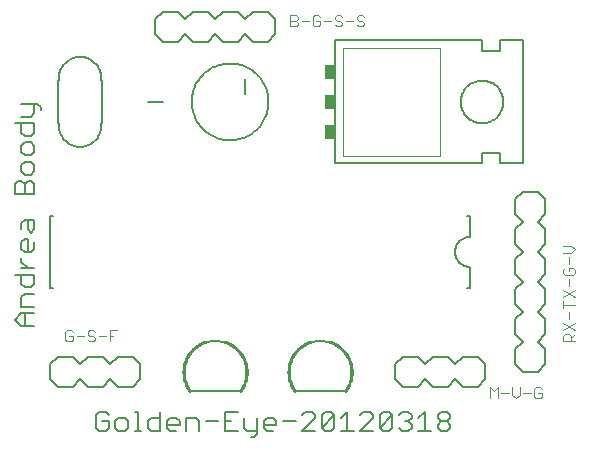
<source format=gto>
G75*
G70*
%OFA0B0*%
%FSLAX24Y24*%
%IPPOS*%
%LPD*%
%AMOC8*
5,1,8,0,0,1.08239X$1,22.5*
%
%ADD10C,0.0060*%
%ADD11C,0.0030*%
%ADD12C,0.0010*%
%ADD13C,0.0080*%
%ADD14C,0.0020*%
%ADD15R,0.0350X0.0500*%
D10*
X003711Y000818D02*
X003818Y000711D01*
X004032Y000711D01*
X004138Y000818D01*
X004138Y001032D01*
X003925Y001032D01*
X003711Y001245D02*
X003711Y000818D01*
X003711Y001245D02*
X003818Y001352D01*
X004032Y001352D01*
X004138Y001245D01*
X004356Y001032D02*
X004463Y001138D01*
X004676Y001138D01*
X004783Y001032D01*
X004783Y000818D01*
X004676Y000711D01*
X004463Y000711D01*
X004356Y000818D01*
X004356Y001032D01*
X005000Y001352D02*
X005107Y001352D01*
X005107Y000711D01*
X005000Y000711D02*
X005214Y000711D01*
X005430Y000818D02*
X005430Y001032D01*
X005537Y001138D01*
X005857Y001138D01*
X005857Y001352D02*
X005857Y000711D01*
X005537Y000711D01*
X005430Y000818D01*
X006075Y000818D02*
X006075Y001032D01*
X006181Y001138D01*
X006395Y001138D01*
X006502Y001032D01*
X006502Y000925D01*
X006075Y000925D01*
X006075Y000818D02*
X006181Y000711D01*
X006395Y000711D01*
X006719Y000711D02*
X006719Y001138D01*
X007039Y001138D01*
X007146Y001032D01*
X007146Y000711D01*
X007364Y001032D02*
X007791Y001032D01*
X008008Y001032D02*
X008222Y001032D01*
X008435Y001352D02*
X008008Y001352D01*
X008008Y000711D01*
X008435Y000711D01*
X008653Y000818D02*
X008760Y000711D01*
X009080Y000711D01*
X009080Y000605D02*
X008973Y000498D01*
X008866Y000498D01*
X009080Y000605D02*
X009080Y001138D01*
X009297Y001032D02*
X009404Y001138D01*
X009618Y001138D01*
X009724Y001032D01*
X009724Y000925D01*
X009297Y000925D01*
X009297Y000818D02*
X009297Y001032D01*
X009297Y000818D02*
X009404Y000711D01*
X009618Y000711D01*
X009942Y001032D02*
X010369Y001032D01*
X010586Y001245D02*
X010693Y001352D01*
X010907Y001352D01*
X011013Y001245D01*
X011013Y001138D01*
X010586Y000711D01*
X011013Y000711D01*
X011231Y000818D02*
X011658Y001245D01*
X011658Y000818D01*
X011551Y000711D01*
X011338Y000711D01*
X011231Y000818D01*
X011231Y001245D01*
X011338Y001352D01*
X011551Y001352D01*
X011658Y001245D01*
X011875Y001138D02*
X012089Y001352D01*
X012089Y000711D01*
X012302Y000711D02*
X011875Y000711D01*
X012520Y000711D02*
X012947Y001138D01*
X012947Y001245D01*
X012840Y001352D01*
X012627Y001352D01*
X012520Y001245D01*
X013164Y001245D02*
X013164Y000818D01*
X013591Y001245D01*
X013591Y000818D01*
X013485Y000711D01*
X013271Y000711D01*
X013164Y000818D01*
X012947Y000711D02*
X012520Y000711D01*
X013164Y001245D02*
X013271Y001352D01*
X013485Y001352D01*
X013591Y001245D01*
X013809Y001245D02*
X013916Y001352D01*
X014129Y001352D01*
X014236Y001245D01*
X014236Y001138D01*
X014129Y001032D01*
X014236Y000925D01*
X014236Y000818D01*
X014129Y000711D01*
X013916Y000711D01*
X013809Y000818D01*
X014023Y001032D02*
X014129Y001032D01*
X014454Y001138D02*
X014667Y001352D01*
X014667Y000711D01*
X014454Y000711D02*
X014881Y000711D01*
X015098Y000818D02*
X015098Y000925D01*
X015205Y001032D01*
X015418Y001032D01*
X015525Y000925D01*
X015525Y000818D01*
X015418Y000711D01*
X015205Y000711D01*
X015098Y000818D01*
X015205Y001032D02*
X015098Y001138D01*
X015098Y001245D01*
X015205Y001352D01*
X015418Y001352D01*
X015525Y001245D01*
X015525Y001138D01*
X015418Y001032D01*
X008653Y001138D02*
X008653Y000818D01*
X001651Y004211D02*
X001224Y004211D01*
X001011Y004425D01*
X001224Y004638D01*
X001651Y004638D01*
X001651Y004856D02*
X001224Y004856D01*
X001224Y005176D01*
X001331Y005283D01*
X001651Y005283D01*
X001545Y005500D02*
X001331Y005500D01*
X001224Y005607D01*
X001224Y005927D01*
X001224Y006145D02*
X001651Y006145D01*
X001438Y006145D02*
X001224Y006359D01*
X001224Y006465D01*
X001331Y006682D02*
X001224Y006789D01*
X001224Y007002D01*
X001331Y007109D01*
X001438Y007109D01*
X001438Y006682D01*
X001545Y006682D02*
X001331Y006682D01*
X001545Y006682D02*
X001651Y006789D01*
X001651Y007002D01*
X001545Y007327D02*
X001438Y007433D01*
X001438Y007754D01*
X001331Y007754D02*
X001224Y007647D01*
X001224Y007433D01*
X001545Y007327D02*
X001651Y007433D01*
X001651Y007754D01*
X001331Y007754D01*
X001331Y008616D02*
X001331Y008936D01*
X001438Y009043D01*
X001545Y009043D01*
X001651Y008936D01*
X001651Y008616D01*
X001011Y008616D01*
X001011Y008936D01*
X001118Y009043D01*
X001224Y009043D01*
X001331Y008936D01*
X001331Y009260D02*
X001545Y009260D01*
X001651Y009367D01*
X001651Y009580D01*
X001545Y009687D01*
X001331Y009687D01*
X001224Y009580D01*
X001224Y009367D01*
X001331Y009260D01*
X001331Y009905D02*
X001545Y009905D01*
X001651Y010011D01*
X001651Y010225D01*
X001545Y010332D01*
X001331Y010332D01*
X001224Y010225D01*
X001224Y010011D01*
X001331Y009905D01*
X001331Y010549D02*
X001224Y010656D01*
X001224Y010976D01*
X001224Y011194D02*
X001545Y011194D01*
X001651Y011301D01*
X001651Y011621D01*
X001758Y011621D02*
X001865Y011514D01*
X001865Y011407D01*
X001758Y011621D02*
X001224Y011621D01*
X001011Y010976D02*
X001651Y010976D01*
X001651Y010656D01*
X001545Y010549D01*
X001331Y010549D01*
X001011Y005927D02*
X001651Y005927D01*
X001651Y005607D01*
X001545Y005500D01*
X001331Y004638D02*
X001331Y004211D01*
X011681Y009631D02*
X016581Y009631D01*
X016581Y009981D01*
X017181Y009981D01*
X017181Y009631D01*
X017931Y009631D01*
X017931Y013731D01*
X017181Y013731D01*
X017181Y013381D01*
X016581Y013381D01*
X016581Y013731D01*
X011681Y013731D01*
X011681Y009631D01*
X015871Y011681D02*
X015873Y011734D01*
X015879Y011787D01*
X015889Y011839D01*
X015903Y011890D01*
X015920Y011940D01*
X015941Y011989D01*
X015966Y012036D01*
X015994Y012081D01*
X016026Y012124D01*
X016061Y012164D01*
X016098Y012201D01*
X016138Y012236D01*
X016181Y012268D01*
X016226Y012296D01*
X016273Y012321D01*
X016322Y012342D01*
X016372Y012359D01*
X016423Y012373D01*
X016475Y012383D01*
X016528Y012389D01*
X016581Y012391D01*
X016634Y012389D01*
X016687Y012383D01*
X016739Y012373D01*
X016790Y012359D01*
X016840Y012342D01*
X016889Y012321D01*
X016936Y012296D01*
X016981Y012268D01*
X017024Y012236D01*
X017064Y012201D01*
X017101Y012164D01*
X017136Y012124D01*
X017168Y012081D01*
X017196Y012036D01*
X017221Y011989D01*
X017242Y011940D01*
X017259Y011890D01*
X017273Y011839D01*
X017283Y011787D01*
X017289Y011734D01*
X017291Y011681D01*
X017289Y011628D01*
X017283Y011575D01*
X017273Y011523D01*
X017259Y011472D01*
X017242Y011422D01*
X017221Y011373D01*
X017196Y011326D01*
X017168Y011281D01*
X017136Y011238D01*
X017101Y011198D01*
X017064Y011161D01*
X017024Y011126D01*
X016981Y011094D01*
X016936Y011066D01*
X016889Y011041D01*
X016840Y011020D01*
X016790Y011003D01*
X016739Y010989D01*
X016687Y010979D01*
X016634Y010973D01*
X016581Y010971D01*
X016528Y010973D01*
X016475Y010979D01*
X016423Y010989D01*
X016372Y011003D01*
X016322Y011020D01*
X016273Y011041D01*
X016226Y011066D01*
X016181Y011094D01*
X016138Y011126D01*
X016098Y011161D01*
X016061Y011198D01*
X016026Y011238D01*
X015994Y011281D01*
X015966Y011326D01*
X015941Y011373D01*
X015920Y011422D01*
X015903Y011472D01*
X015889Y011523D01*
X015879Y011575D01*
X015873Y011628D01*
X015871Y011681D01*
D11*
X012653Y014258D02*
X012591Y014196D01*
X012468Y014196D01*
X012406Y014258D01*
X012468Y014382D02*
X012406Y014443D01*
X012406Y014505D01*
X012468Y014567D01*
X012591Y014567D01*
X012653Y014505D01*
X012591Y014382D02*
X012653Y014320D01*
X012653Y014258D01*
X012591Y014382D02*
X012468Y014382D01*
X012285Y014382D02*
X012038Y014382D01*
X011916Y014320D02*
X011916Y014258D01*
X011855Y014196D01*
X011731Y014196D01*
X011670Y014258D01*
X011731Y014382D02*
X011855Y014382D01*
X011916Y014320D01*
X011916Y014505D02*
X011855Y014567D01*
X011731Y014567D01*
X011670Y014505D01*
X011670Y014443D01*
X011731Y014382D01*
X011548Y014382D02*
X011301Y014382D01*
X011180Y014382D02*
X011180Y014258D01*
X011118Y014196D01*
X010995Y014196D01*
X010933Y014258D01*
X010933Y014505D01*
X010995Y014567D01*
X011118Y014567D01*
X011180Y014505D01*
X011180Y014382D02*
X011056Y014382D01*
X010812Y014382D02*
X010565Y014382D01*
X010443Y014443D02*
X010382Y014382D01*
X010196Y014382D01*
X010196Y014567D02*
X010196Y014196D01*
X010382Y014196D01*
X010443Y014258D01*
X010443Y014320D01*
X010382Y014382D01*
X010443Y014443D02*
X010443Y014505D01*
X010382Y014567D01*
X010196Y014567D01*
X019296Y006890D02*
X019543Y006890D01*
X019666Y006766D01*
X019543Y006643D01*
X019296Y006643D01*
X019481Y006521D02*
X019481Y006275D01*
X019481Y006153D02*
X019481Y006030D01*
X019481Y006153D02*
X019605Y006153D01*
X019666Y006091D01*
X019666Y005968D01*
X019605Y005906D01*
X019358Y005906D01*
X019296Y005968D01*
X019296Y006091D01*
X019358Y006153D01*
X019481Y005785D02*
X019481Y005538D01*
X019296Y005416D02*
X019666Y005170D01*
X019666Y004925D02*
X019296Y004925D01*
X019296Y005048D02*
X019296Y004801D01*
X019481Y004680D02*
X019481Y004433D01*
X019296Y004312D02*
X019666Y004065D01*
X019666Y003943D02*
X019543Y003820D01*
X019543Y003882D02*
X019543Y003696D01*
X019666Y003696D02*
X019296Y003696D01*
X019296Y003882D01*
X019358Y003943D01*
X019481Y003943D01*
X019543Y003882D01*
X019296Y004065D02*
X019666Y004312D01*
X019296Y005170D02*
X019666Y005416D01*
X018513Y002167D02*
X018390Y002167D01*
X018328Y002105D01*
X018328Y001858D01*
X018390Y001796D01*
X018513Y001796D01*
X018575Y001858D01*
X018575Y001982D01*
X018452Y001982D01*
X018575Y002105D02*
X018513Y002167D01*
X018207Y001982D02*
X017960Y001982D01*
X017838Y001920D02*
X017838Y002167D01*
X017591Y002167D02*
X017591Y001920D01*
X017715Y001796D01*
X017838Y001920D01*
X017470Y001982D02*
X017223Y001982D01*
X017102Y002167D02*
X017102Y001796D01*
X016855Y001796D02*
X016855Y002167D01*
X016978Y002043D01*
X017102Y002167D01*
X004416Y004067D02*
X004170Y004067D01*
X004170Y003696D01*
X004170Y003882D02*
X004293Y003882D01*
X004048Y003882D02*
X003801Y003882D01*
X003680Y003820D02*
X003680Y003758D01*
X003618Y003696D01*
X003495Y003696D01*
X003433Y003758D01*
X003495Y003882D02*
X003433Y003943D01*
X003433Y004005D01*
X003495Y004067D01*
X003618Y004067D01*
X003680Y004005D01*
X003618Y003882D02*
X003680Y003820D01*
X003618Y003882D02*
X003495Y003882D01*
X003312Y003882D02*
X003065Y003882D01*
X002943Y003882D02*
X002943Y003758D01*
X002882Y003696D01*
X002758Y003696D01*
X002696Y003758D01*
X002696Y004005D01*
X002758Y004067D01*
X002882Y004067D01*
X002943Y004005D01*
X002943Y003882D02*
X002820Y003882D01*
D12*
X008536Y002014D02*
X008481Y002057D01*
X008517Y002106D01*
X008551Y002157D01*
X008580Y002211D01*
X008607Y002266D01*
X008631Y002322D01*
X008650Y002380D01*
X008667Y002439D01*
X008680Y002499D01*
X008689Y002559D01*
X008694Y002620D01*
X008696Y002682D01*
X008694Y002743D01*
X008689Y002804D01*
X008679Y002864D01*
X008666Y002924D01*
X008650Y002983D01*
X008630Y003041D01*
X008607Y003097D01*
X008580Y003152D01*
X008550Y003206D01*
X008517Y003257D01*
X008481Y003306D01*
X008441Y003353D01*
X008400Y003398D01*
X008355Y003440D01*
X008308Y003479D01*
X008259Y003515D01*
X008208Y003549D01*
X008154Y003579D01*
X008099Y003606D01*
X008043Y003629D01*
X007985Y003649D01*
X008005Y003716D01*
X008006Y003716D01*
X008067Y003695D01*
X008128Y003670D01*
X008187Y003641D01*
X008244Y003609D01*
X008298Y003573D01*
X008351Y003534D01*
X008401Y003492D01*
X008449Y003447D01*
X008494Y003400D01*
X008536Y003350D01*
X008574Y003297D01*
X008610Y003242D01*
X008642Y003185D01*
X008671Y003126D01*
X008696Y003066D01*
X008717Y003004D01*
X008734Y002941D01*
X008748Y002877D01*
X008758Y002812D01*
X008764Y002747D01*
X008766Y002681D01*
X008764Y002616D01*
X008758Y002551D01*
X008748Y002486D01*
X008735Y002422D01*
X008717Y002359D01*
X008696Y002297D01*
X008671Y002237D01*
X008642Y002178D01*
X008610Y002121D01*
X008575Y002066D01*
X008536Y002013D01*
X008529Y002019D01*
X008567Y002071D01*
X008603Y002126D01*
X008634Y002182D01*
X008663Y002241D01*
X008688Y002301D01*
X008709Y002362D01*
X008726Y002424D01*
X008740Y002488D01*
X008749Y002552D01*
X008755Y002617D01*
X008757Y002681D01*
X008755Y002746D01*
X008749Y002811D01*
X008739Y002875D01*
X008726Y002939D01*
X008708Y003001D01*
X008687Y003062D01*
X008662Y003122D01*
X008634Y003181D01*
X008602Y003237D01*
X008567Y003292D01*
X008529Y003344D01*
X008487Y003394D01*
X008443Y003441D01*
X008395Y003486D01*
X008346Y003527D01*
X008293Y003566D01*
X008239Y003601D01*
X008182Y003633D01*
X008124Y003661D01*
X008064Y003686D01*
X008003Y003708D01*
X008000Y003699D01*
X008061Y003678D01*
X008121Y003653D01*
X008178Y003625D01*
X008234Y003593D01*
X008288Y003558D01*
X008340Y003520D01*
X008389Y003479D01*
X008436Y003435D01*
X008480Y003388D01*
X008521Y003338D01*
X008560Y003287D01*
X008594Y003233D01*
X008626Y003176D01*
X008654Y003119D01*
X008679Y003059D01*
X008700Y002998D01*
X008717Y002936D01*
X008730Y002873D01*
X008740Y002810D01*
X008746Y002746D01*
X008748Y002682D01*
X008746Y002617D01*
X008740Y002553D01*
X008731Y002490D01*
X008717Y002427D01*
X008700Y002365D01*
X008679Y002304D01*
X008655Y002244D01*
X008626Y002186D01*
X008595Y002130D01*
X008560Y002076D01*
X008522Y002024D01*
X008515Y002030D01*
X008553Y002081D01*
X008587Y002135D01*
X008619Y002191D01*
X008646Y002248D01*
X008671Y002307D01*
X008691Y002367D01*
X008708Y002429D01*
X008722Y002491D01*
X008731Y002554D01*
X008737Y002618D01*
X008739Y002682D01*
X008737Y002745D01*
X008731Y002809D01*
X008722Y002872D01*
X008708Y002934D01*
X008691Y002996D01*
X008670Y003056D01*
X008646Y003115D01*
X008618Y003172D01*
X008587Y003228D01*
X008552Y003281D01*
X008514Y003333D01*
X008474Y003382D01*
X008430Y003428D01*
X008383Y003472D01*
X008335Y003513D01*
X008283Y003551D01*
X008230Y003586D01*
X008174Y003617D01*
X008117Y003645D01*
X008058Y003670D01*
X007998Y003690D01*
X007995Y003682D01*
X008055Y003661D01*
X008113Y003637D01*
X008170Y003609D01*
X008225Y003578D01*
X008278Y003543D01*
X008329Y003506D01*
X008378Y003465D01*
X008424Y003422D01*
X008467Y003376D01*
X008507Y003327D01*
X008545Y003276D01*
X008579Y003223D01*
X008610Y003168D01*
X008638Y003111D01*
X008662Y003053D01*
X008683Y002993D01*
X008700Y002932D01*
X008713Y002870D01*
X008722Y002808D01*
X008728Y002745D01*
X008730Y002682D01*
X008728Y002618D01*
X008722Y002555D01*
X008713Y002493D01*
X008700Y002431D01*
X008683Y002370D01*
X008662Y002310D01*
X008638Y002252D01*
X008611Y002195D01*
X008580Y002140D01*
X008545Y002087D01*
X008508Y002036D01*
X008501Y002041D01*
X008538Y002092D01*
X008572Y002144D01*
X008603Y002199D01*
X008630Y002255D01*
X008654Y002313D01*
X008674Y002373D01*
X008691Y002433D01*
X008704Y002494D01*
X008714Y002556D01*
X008719Y002619D01*
X008721Y002682D01*
X008719Y002744D01*
X008713Y002807D01*
X008704Y002869D01*
X008691Y002930D01*
X008674Y002990D01*
X008653Y003050D01*
X008630Y003108D01*
X008602Y003164D01*
X008571Y003219D01*
X008537Y003271D01*
X008500Y003322D01*
X008460Y003370D01*
X008417Y003416D01*
X008372Y003459D01*
X008323Y003499D01*
X008273Y003536D01*
X008220Y003570D01*
X008166Y003601D01*
X008110Y003629D01*
X008052Y003653D01*
X007992Y003673D01*
X007990Y003665D01*
X008048Y003644D01*
X008106Y003620D01*
X008162Y003593D01*
X008216Y003562D01*
X008268Y003529D01*
X008318Y003492D01*
X008366Y003452D01*
X008411Y003409D01*
X008453Y003364D01*
X008493Y003316D01*
X008530Y003266D01*
X008564Y003214D01*
X008594Y003160D01*
X008621Y003104D01*
X008645Y003046D01*
X008665Y002988D01*
X008682Y002928D01*
X008695Y002867D01*
X008704Y002806D01*
X008710Y002744D01*
X008712Y002682D01*
X008710Y002619D01*
X008705Y002558D01*
X008695Y002496D01*
X008682Y002435D01*
X008666Y002375D01*
X008645Y002317D01*
X008622Y002259D01*
X008595Y002203D01*
X008564Y002149D01*
X008531Y002097D01*
X008494Y002047D01*
X008487Y002052D01*
X008523Y002102D01*
X008556Y002154D01*
X008587Y002207D01*
X008614Y002263D01*
X008637Y002320D01*
X008657Y002378D01*
X008674Y002437D01*
X008686Y002498D01*
X008696Y002559D01*
X008701Y002620D01*
X008703Y002682D01*
X008701Y002743D01*
X008696Y002804D01*
X008686Y002865D01*
X008673Y002926D01*
X008657Y002985D01*
X008637Y003043D01*
X008613Y003100D01*
X008586Y003156D01*
X008556Y003209D01*
X008523Y003261D01*
X008486Y003311D01*
X008447Y003358D01*
X008404Y003403D01*
X008360Y003445D01*
X008312Y003485D01*
X008263Y003521D01*
X008211Y003555D01*
X008158Y003585D01*
X008102Y003612D01*
X008045Y003636D01*
X007987Y003656D01*
X007357Y003716D02*
X007377Y003649D01*
X007319Y003629D01*
X007263Y003606D01*
X007208Y003579D01*
X007155Y003549D01*
X007103Y003515D01*
X007054Y003479D01*
X007007Y003440D01*
X006963Y003398D01*
X006921Y003353D01*
X006881Y003306D01*
X006845Y003257D01*
X006812Y003206D01*
X006782Y003152D01*
X006755Y003097D01*
X006732Y003041D01*
X006712Y002983D01*
X006696Y002924D01*
X006683Y002864D01*
X006673Y002804D01*
X006668Y002743D01*
X006666Y002682D01*
X006668Y002620D01*
X006673Y002559D01*
X006682Y002499D01*
X006695Y002439D01*
X006712Y002380D01*
X006731Y002322D01*
X006755Y002266D01*
X006782Y002211D01*
X006811Y002157D01*
X006845Y002106D01*
X006881Y002057D01*
X006826Y002014D01*
X006826Y002013D01*
X006787Y002066D01*
X006752Y002121D01*
X006720Y002178D01*
X006691Y002237D01*
X006666Y002297D01*
X006645Y002359D01*
X006627Y002422D01*
X006614Y002486D01*
X006604Y002551D01*
X006598Y002616D01*
X006596Y002682D01*
X006598Y002747D01*
X006604Y002812D01*
X006614Y002877D01*
X006628Y002941D01*
X006645Y003004D01*
X006666Y003066D01*
X006691Y003126D01*
X006720Y003185D01*
X006752Y003242D01*
X006788Y003297D01*
X006826Y003350D01*
X006868Y003400D01*
X006913Y003447D01*
X006961Y003492D01*
X007011Y003534D01*
X007064Y003573D01*
X007118Y003609D01*
X007175Y003641D01*
X007234Y003670D01*
X007295Y003695D01*
X007356Y003716D01*
X007359Y003708D01*
X007298Y003686D01*
X007238Y003661D01*
X007180Y003633D01*
X007123Y003601D01*
X007069Y003566D01*
X007016Y003527D01*
X006967Y003486D01*
X006919Y003441D01*
X006875Y003394D01*
X006834Y003344D01*
X006795Y003292D01*
X006760Y003237D01*
X006728Y003181D01*
X006700Y003122D01*
X006675Y003062D01*
X006654Y003001D01*
X006636Y002939D01*
X006623Y002875D01*
X006613Y002811D01*
X006607Y002746D01*
X006605Y002682D01*
X006607Y002617D01*
X006613Y002552D01*
X006622Y002488D01*
X006636Y002424D01*
X006653Y002362D01*
X006674Y002301D01*
X006699Y002241D01*
X006728Y002182D01*
X006759Y002126D01*
X006794Y002071D01*
X006833Y002019D01*
X006840Y002024D01*
X006802Y002076D01*
X006767Y002130D01*
X006736Y002186D01*
X006707Y002244D01*
X006683Y002304D01*
X006662Y002365D01*
X006645Y002427D01*
X006631Y002490D01*
X006622Y002553D01*
X006616Y002617D01*
X006614Y002682D01*
X006616Y002746D01*
X006622Y002810D01*
X006632Y002873D01*
X006645Y002936D01*
X006662Y002998D01*
X006683Y003059D01*
X006708Y003119D01*
X006736Y003176D01*
X006768Y003233D01*
X006802Y003287D01*
X006841Y003338D01*
X006882Y003388D01*
X006926Y003435D01*
X006973Y003479D01*
X007022Y003520D01*
X007074Y003558D01*
X007128Y003593D01*
X007184Y003625D01*
X007241Y003653D01*
X007301Y003678D01*
X007362Y003699D01*
X007364Y003690D01*
X007304Y003670D01*
X007245Y003645D01*
X007188Y003617D01*
X007132Y003586D01*
X007079Y003551D01*
X007027Y003513D01*
X006979Y003472D01*
X006932Y003428D01*
X006888Y003382D01*
X006848Y003333D01*
X006810Y003281D01*
X006775Y003228D01*
X006744Y003172D01*
X006716Y003115D01*
X006692Y003056D01*
X006671Y002996D01*
X006654Y002934D01*
X006640Y002872D01*
X006631Y002809D01*
X006625Y002745D01*
X006623Y002682D01*
X006625Y002618D01*
X006631Y002554D01*
X006640Y002491D01*
X006653Y002429D01*
X006671Y002367D01*
X006691Y002307D01*
X006716Y002248D01*
X006743Y002191D01*
X006775Y002135D01*
X006809Y002081D01*
X006847Y002030D01*
X006854Y002036D01*
X006817Y002087D01*
X006782Y002140D01*
X006751Y002195D01*
X006724Y002252D01*
X006700Y002310D01*
X006679Y002370D01*
X006662Y002431D01*
X006649Y002493D01*
X006640Y002555D01*
X006634Y002618D01*
X006632Y002682D01*
X006634Y002745D01*
X006640Y002808D01*
X006649Y002870D01*
X006662Y002932D01*
X006679Y002993D01*
X006700Y003053D01*
X006724Y003111D01*
X006752Y003168D01*
X006783Y003223D01*
X006817Y003276D01*
X006855Y003327D01*
X006895Y003376D01*
X006938Y003422D01*
X006984Y003465D01*
X007033Y003506D01*
X007084Y003543D01*
X007137Y003578D01*
X007192Y003609D01*
X007249Y003637D01*
X007307Y003661D01*
X007367Y003682D01*
X007370Y003673D01*
X007310Y003653D01*
X007253Y003629D01*
X007196Y003601D01*
X007142Y003570D01*
X007089Y003536D01*
X007039Y003499D01*
X006990Y003459D01*
X006945Y003416D01*
X006902Y003370D01*
X006862Y003322D01*
X006825Y003271D01*
X006791Y003219D01*
X006760Y003164D01*
X006732Y003108D01*
X006709Y003050D01*
X006688Y002990D01*
X006671Y002930D01*
X006658Y002869D01*
X006649Y002807D01*
X006643Y002744D01*
X006641Y002682D01*
X006643Y002619D01*
X006648Y002556D01*
X006658Y002494D01*
X006671Y002433D01*
X006688Y002373D01*
X006708Y002313D01*
X006732Y002255D01*
X006759Y002199D01*
X006790Y002144D01*
X006824Y002092D01*
X006861Y002041D01*
X006868Y002047D01*
X006831Y002097D01*
X006798Y002149D01*
X006767Y002203D01*
X006740Y002259D01*
X006717Y002317D01*
X006696Y002375D01*
X006680Y002435D01*
X006667Y002496D01*
X006657Y002558D01*
X006652Y002619D01*
X006650Y002682D01*
X006652Y002744D01*
X006658Y002806D01*
X006667Y002867D01*
X006680Y002928D01*
X006697Y002988D01*
X006717Y003046D01*
X006741Y003104D01*
X006768Y003160D01*
X006798Y003214D01*
X006832Y003266D01*
X006869Y003316D01*
X006909Y003364D01*
X006951Y003409D01*
X006996Y003452D01*
X007044Y003492D01*
X007094Y003529D01*
X007146Y003562D01*
X007200Y003593D01*
X007256Y003620D01*
X007314Y003644D01*
X007372Y003665D01*
X007375Y003656D01*
X007317Y003636D01*
X007260Y003612D01*
X007205Y003585D01*
X007151Y003555D01*
X007099Y003521D01*
X007050Y003485D01*
X007002Y003445D01*
X006958Y003403D01*
X006915Y003358D01*
X006876Y003311D01*
X006840Y003261D01*
X006806Y003209D01*
X006776Y003156D01*
X006749Y003100D01*
X006725Y003043D01*
X006705Y002985D01*
X006689Y002926D01*
X006676Y002865D01*
X006666Y002805D01*
X006661Y002743D01*
X006659Y002682D01*
X006661Y002620D01*
X006666Y002559D01*
X006676Y002498D01*
X006688Y002437D01*
X006705Y002378D01*
X006725Y002320D01*
X006748Y002263D01*
X006775Y002207D01*
X006805Y002154D01*
X006839Y002102D01*
X006875Y002052D01*
X012036Y002014D02*
X011981Y002057D01*
X012017Y002106D01*
X012051Y002157D01*
X012080Y002211D01*
X012107Y002266D01*
X012131Y002322D01*
X012150Y002380D01*
X012167Y002439D01*
X012180Y002499D01*
X012189Y002559D01*
X012194Y002620D01*
X012196Y002682D01*
X012194Y002743D01*
X012189Y002804D01*
X012179Y002864D01*
X012166Y002924D01*
X012150Y002983D01*
X012130Y003041D01*
X012107Y003097D01*
X012080Y003152D01*
X012050Y003206D01*
X012017Y003257D01*
X011981Y003306D01*
X011941Y003353D01*
X011900Y003398D01*
X011855Y003440D01*
X011808Y003479D01*
X011759Y003515D01*
X011708Y003549D01*
X011654Y003579D01*
X011599Y003606D01*
X011543Y003629D01*
X011485Y003649D01*
X011505Y003716D01*
X011506Y003716D01*
X011567Y003695D01*
X011628Y003670D01*
X011687Y003641D01*
X011744Y003609D01*
X011798Y003573D01*
X011851Y003534D01*
X011901Y003492D01*
X011949Y003447D01*
X011994Y003400D01*
X012036Y003350D01*
X012074Y003297D01*
X012110Y003242D01*
X012142Y003185D01*
X012171Y003126D01*
X012196Y003066D01*
X012217Y003004D01*
X012234Y002941D01*
X012248Y002877D01*
X012258Y002812D01*
X012264Y002747D01*
X012266Y002681D01*
X012264Y002616D01*
X012258Y002551D01*
X012248Y002486D01*
X012235Y002422D01*
X012217Y002359D01*
X012196Y002297D01*
X012171Y002237D01*
X012142Y002178D01*
X012110Y002121D01*
X012075Y002066D01*
X012036Y002013D01*
X012029Y002019D01*
X012067Y002071D01*
X012103Y002126D01*
X012134Y002182D01*
X012163Y002241D01*
X012188Y002301D01*
X012209Y002362D01*
X012226Y002424D01*
X012240Y002488D01*
X012249Y002552D01*
X012255Y002617D01*
X012257Y002681D01*
X012255Y002746D01*
X012249Y002811D01*
X012239Y002875D01*
X012226Y002939D01*
X012208Y003001D01*
X012187Y003062D01*
X012162Y003122D01*
X012134Y003181D01*
X012102Y003237D01*
X012067Y003292D01*
X012029Y003344D01*
X011987Y003394D01*
X011943Y003441D01*
X011895Y003486D01*
X011846Y003527D01*
X011793Y003566D01*
X011739Y003601D01*
X011682Y003633D01*
X011624Y003661D01*
X011564Y003686D01*
X011503Y003708D01*
X011500Y003699D01*
X011561Y003678D01*
X011621Y003653D01*
X011678Y003625D01*
X011734Y003593D01*
X011788Y003558D01*
X011840Y003520D01*
X011889Y003479D01*
X011936Y003435D01*
X011980Y003388D01*
X012021Y003338D01*
X012060Y003287D01*
X012094Y003233D01*
X012126Y003176D01*
X012154Y003119D01*
X012179Y003059D01*
X012200Y002998D01*
X012217Y002936D01*
X012230Y002873D01*
X012240Y002810D01*
X012246Y002746D01*
X012248Y002682D01*
X012246Y002617D01*
X012240Y002553D01*
X012231Y002490D01*
X012217Y002427D01*
X012200Y002365D01*
X012179Y002304D01*
X012155Y002244D01*
X012126Y002186D01*
X012095Y002130D01*
X012060Y002076D01*
X012022Y002024D01*
X012015Y002030D01*
X012053Y002081D01*
X012087Y002135D01*
X012119Y002191D01*
X012146Y002248D01*
X012171Y002307D01*
X012191Y002367D01*
X012208Y002429D01*
X012222Y002491D01*
X012231Y002554D01*
X012237Y002618D01*
X012239Y002682D01*
X012237Y002745D01*
X012231Y002809D01*
X012222Y002872D01*
X012208Y002934D01*
X012191Y002996D01*
X012170Y003056D01*
X012146Y003115D01*
X012118Y003172D01*
X012087Y003228D01*
X012052Y003281D01*
X012014Y003333D01*
X011974Y003382D01*
X011930Y003428D01*
X011883Y003472D01*
X011835Y003513D01*
X011783Y003551D01*
X011730Y003586D01*
X011674Y003617D01*
X011617Y003645D01*
X011558Y003670D01*
X011498Y003690D01*
X011495Y003682D01*
X011555Y003661D01*
X011613Y003637D01*
X011670Y003609D01*
X011725Y003578D01*
X011778Y003543D01*
X011829Y003506D01*
X011878Y003465D01*
X011924Y003422D01*
X011967Y003376D01*
X012007Y003327D01*
X012045Y003276D01*
X012079Y003223D01*
X012110Y003168D01*
X012138Y003111D01*
X012162Y003053D01*
X012183Y002993D01*
X012200Y002932D01*
X012213Y002870D01*
X012222Y002808D01*
X012228Y002745D01*
X012230Y002682D01*
X012228Y002618D01*
X012222Y002555D01*
X012213Y002493D01*
X012200Y002431D01*
X012183Y002370D01*
X012162Y002310D01*
X012138Y002252D01*
X012111Y002195D01*
X012080Y002140D01*
X012045Y002087D01*
X012008Y002036D01*
X012001Y002041D01*
X012038Y002092D01*
X012072Y002144D01*
X012103Y002199D01*
X012130Y002255D01*
X012154Y002313D01*
X012174Y002373D01*
X012191Y002433D01*
X012204Y002494D01*
X012214Y002556D01*
X012219Y002619D01*
X012221Y002682D01*
X012219Y002744D01*
X012213Y002807D01*
X012204Y002869D01*
X012191Y002930D01*
X012174Y002990D01*
X012153Y003050D01*
X012130Y003108D01*
X012102Y003164D01*
X012071Y003219D01*
X012037Y003271D01*
X012000Y003322D01*
X011960Y003370D01*
X011917Y003416D01*
X011872Y003459D01*
X011823Y003499D01*
X011773Y003536D01*
X011720Y003570D01*
X011666Y003601D01*
X011610Y003629D01*
X011552Y003653D01*
X011492Y003673D01*
X011490Y003665D01*
X011548Y003644D01*
X011606Y003620D01*
X011662Y003593D01*
X011716Y003562D01*
X011768Y003529D01*
X011818Y003492D01*
X011866Y003452D01*
X011911Y003409D01*
X011953Y003364D01*
X011993Y003316D01*
X012030Y003266D01*
X012064Y003214D01*
X012094Y003160D01*
X012121Y003104D01*
X012145Y003046D01*
X012165Y002988D01*
X012182Y002928D01*
X012195Y002867D01*
X012204Y002806D01*
X012210Y002744D01*
X012212Y002682D01*
X012210Y002619D01*
X012205Y002558D01*
X012195Y002496D01*
X012182Y002435D01*
X012166Y002375D01*
X012145Y002317D01*
X012122Y002259D01*
X012095Y002203D01*
X012064Y002149D01*
X012031Y002097D01*
X011994Y002047D01*
X011987Y002052D01*
X012023Y002102D01*
X012056Y002154D01*
X012087Y002207D01*
X012114Y002263D01*
X012137Y002320D01*
X012157Y002378D01*
X012174Y002437D01*
X012186Y002498D01*
X012196Y002559D01*
X012201Y002620D01*
X012203Y002682D01*
X012201Y002743D01*
X012196Y002804D01*
X012186Y002865D01*
X012173Y002926D01*
X012157Y002985D01*
X012137Y003043D01*
X012113Y003100D01*
X012086Y003156D01*
X012056Y003209D01*
X012023Y003261D01*
X011986Y003311D01*
X011947Y003358D01*
X011904Y003403D01*
X011860Y003445D01*
X011812Y003485D01*
X011763Y003521D01*
X011711Y003555D01*
X011658Y003585D01*
X011602Y003612D01*
X011545Y003636D01*
X011487Y003656D01*
X010857Y003716D02*
X010877Y003649D01*
X010819Y003629D01*
X010763Y003606D01*
X010708Y003579D01*
X010655Y003549D01*
X010603Y003515D01*
X010554Y003479D01*
X010507Y003440D01*
X010463Y003398D01*
X010421Y003353D01*
X010381Y003306D01*
X010345Y003257D01*
X010312Y003206D01*
X010282Y003152D01*
X010255Y003097D01*
X010232Y003041D01*
X010212Y002983D01*
X010196Y002924D01*
X010183Y002864D01*
X010173Y002804D01*
X010168Y002743D01*
X010166Y002682D01*
X010168Y002620D01*
X010173Y002559D01*
X010182Y002499D01*
X010195Y002439D01*
X010212Y002380D01*
X010231Y002322D01*
X010255Y002266D01*
X010282Y002211D01*
X010311Y002157D01*
X010345Y002106D01*
X010381Y002057D01*
X010326Y002014D01*
X010326Y002013D01*
X010287Y002066D01*
X010252Y002121D01*
X010220Y002178D01*
X010191Y002237D01*
X010166Y002297D01*
X010145Y002359D01*
X010127Y002422D01*
X010114Y002486D01*
X010104Y002551D01*
X010098Y002616D01*
X010096Y002682D01*
X010098Y002747D01*
X010104Y002812D01*
X010114Y002877D01*
X010128Y002941D01*
X010145Y003004D01*
X010166Y003066D01*
X010191Y003126D01*
X010220Y003185D01*
X010252Y003242D01*
X010288Y003297D01*
X010326Y003350D01*
X010368Y003400D01*
X010413Y003447D01*
X010461Y003492D01*
X010511Y003534D01*
X010564Y003573D01*
X010618Y003609D01*
X010675Y003641D01*
X010734Y003670D01*
X010795Y003695D01*
X010856Y003716D01*
X010859Y003708D01*
X010798Y003686D01*
X010738Y003661D01*
X010680Y003633D01*
X010623Y003601D01*
X010569Y003566D01*
X010516Y003527D01*
X010467Y003486D01*
X010419Y003441D01*
X010375Y003394D01*
X010334Y003344D01*
X010295Y003292D01*
X010260Y003237D01*
X010228Y003181D01*
X010200Y003122D01*
X010175Y003062D01*
X010154Y003001D01*
X010136Y002939D01*
X010123Y002875D01*
X010113Y002811D01*
X010107Y002746D01*
X010105Y002682D01*
X010107Y002617D01*
X010113Y002552D01*
X010122Y002488D01*
X010136Y002424D01*
X010153Y002362D01*
X010174Y002301D01*
X010199Y002241D01*
X010228Y002182D01*
X010259Y002126D01*
X010294Y002071D01*
X010333Y002019D01*
X010340Y002024D01*
X010302Y002076D01*
X010267Y002130D01*
X010236Y002186D01*
X010207Y002244D01*
X010183Y002304D01*
X010162Y002365D01*
X010145Y002427D01*
X010131Y002490D01*
X010122Y002553D01*
X010116Y002617D01*
X010114Y002682D01*
X010116Y002746D01*
X010122Y002810D01*
X010132Y002873D01*
X010145Y002936D01*
X010162Y002998D01*
X010183Y003059D01*
X010208Y003119D01*
X010236Y003176D01*
X010268Y003233D01*
X010302Y003287D01*
X010341Y003338D01*
X010382Y003388D01*
X010426Y003435D01*
X010473Y003479D01*
X010522Y003520D01*
X010574Y003558D01*
X010628Y003593D01*
X010684Y003625D01*
X010741Y003653D01*
X010801Y003678D01*
X010862Y003699D01*
X010864Y003690D01*
X010804Y003670D01*
X010745Y003645D01*
X010688Y003617D01*
X010632Y003586D01*
X010579Y003551D01*
X010527Y003513D01*
X010479Y003472D01*
X010432Y003428D01*
X010388Y003382D01*
X010348Y003333D01*
X010310Y003281D01*
X010275Y003228D01*
X010244Y003172D01*
X010216Y003115D01*
X010192Y003056D01*
X010171Y002996D01*
X010154Y002934D01*
X010140Y002872D01*
X010131Y002809D01*
X010125Y002745D01*
X010123Y002682D01*
X010125Y002618D01*
X010131Y002554D01*
X010140Y002491D01*
X010153Y002429D01*
X010171Y002367D01*
X010191Y002307D01*
X010216Y002248D01*
X010243Y002191D01*
X010275Y002135D01*
X010309Y002081D01*
X010347Y002030D01*
X010354Y002036D01*
X010317Y002087D01*
X010282Y002140D01*
X010251Y002195D01*
X010224Y002252D01*
X010200Y002310D01*
X010179Y002370D01*
X010162Y002431D01*
X010149Y002493D01*
X010140Y002555D01*
X010134Y002618D01*
X010132Y002682D01*
X010134Y002745D01*
X010140Y002808D01*
X010149Y002870D01*
X010162Y002932D01*
X010179Y002993D01*
X010200Y003053D01*
X010224Y003111D01*
X010252Y003168D01*
X010283Y003223D01*
X010317Y003276D01*
X010355Y003327D01*
X010395Y003376D01*
X010438Y003422D01*
X010484Y003465D01*
X010533Y003506D01*
X010584Y003543D01*
X010637Y003578D01*
X010692Y003609D01*
X010749Y003637D01*
X010807Y003661D01*
X010867Y003682D01*
X010870Y003673D01*
X010810Y003653D01*
X010753Y003629D01*
X010696Y003601D01*
X010642Y003570D01*
X010589Y003536D01*
X010539Y003499D01*
X010490Y003459D01*
X010445Y003416D01*
X010402Y003370D01*
X010362Y003322D01*
X010325Y003271D01*
X010291Y003219D01*
X010260Y003164D01*
X010232Y003108D01*
X010209Y003050D01*
X010188Y002990D01*
X010171Y002930D01*
X010158Y002869D01*
X010149Y002807D01*
X010143Y002744D01*
X010141Y002682D01*
X010143Y002619D01*
X010148Y002556D01*
X010158Y002494D01*
X010171Y002433D01*
X010188Y002373D01*
X010208Y002313D01*
X010232Y002255D01*
X010259Y002199D01*
X010290Y002144D01*
X010324Y002092D01*
X010361Y002041D01*
X010368Y002047D01*
X010331Y002097D01*
X010298Y002149D01*
X010267Y002203D01*
X010240Y002259D01*
X010217Y002317D01*
X010196Y002375D01*
X010180Y002435D01*
X010167Y002496D01*
X010157Y002558D01*
X010152Y002619D01*
X010150Y002682D01*
X010152Y002744D01*
X010158Y002806D01*
X010167Y002867D01*
X010180Y002928D01*
X010197Y002988D01*
X010217Y003046D01*
X010241Y003104D01*
X010268Y003160D01*
X010298Y003214D01*
X010332Y003266D01*
X010369Y003316D01*
X010409Y003364D01*
X010451Y003409D01*
X010496Y003452D01*
X010544Y003492D01*
X010594Y003529D01*
X010646Y003562D01*
X010700Y003593D01*
X010756Y003620D01*
X010814Y003644D01*
X010872Y003665D01*
X010875Y003656D01*
X010817Y003636D01*
X010760Y003612D01*
X010705Y003585D01*
X010651Y003555D01*
X010599Y003521D01*
X010550Y003485D01*
X010502Y003445D01*
X010458Y003403D01*
X010415Y003358D01*
X010376Y003311D01*
X010340Y003261D01*
X010306Y003209D01*
X010276Y003156D01*
X010249Y003100D01*
X010225Y003043D01*
X010205Y002985D01*
X010189Y002926D01*
X010176Y002865D01*
X010166Y002805D01*
X010161Y002743D01*
X010159Y002682D01*
X010161Y002620D01*
X010166Y002559D01*
X010176Y002498D01*
X010188Y002437D01*
X010205Y002378D01*
X010225Y002320D01*
X010248Y002263D01*
X010275Y002207D01*
X010305Y002154D01*
X010339Y002102D01*
X010375Y002052D01*
D13*
X002931Y002181D02*
X002431Y002181D01*
X002181Y002431D01*
X002181Y002931D01*
X002431Y003181D01*
X002931Y003181D01*
X003181Y002931D01*
X003431Y003181D01*
X003931Y003181D01*
X004181Y002931D01*
X004431Y003181D01*
X004931Y003181D01*
X005181Y002931D01*
X005181Y002431D01*
X004931Y002181D01*
X004431Y002181D01*
X004181Y002431D01*
X003931Y002181D01*
X003431Y002181D01*
X003181Y002431D01*
X002931Y002181D01*
X006857Y002031D02*
X008506Y002031D01*
X007931Y003681D02*
X007865Y003693D01*
X007799Y003702D01*
X007733Y003707D01*
X007666Y003708D01*
X007599Y003705D01*
X007533Y003698D01*
X007467Y003688D01*
X007402Y003674D01*
X007337Y003656D01*
X007274Y003634D01*
X007212Y003608D01*
X007152Y003580D01*
X007094Y003547D01*
X007037Y003512D01*
X006983Y003473D01*
X006931Y003431D01*
X007931Y003681D02*
X007992Y003665D01*
X008052Y003647D01*
X008110Y003625D01*
X008168Y003600D01*
X008224Y003572D01*
X008279Y003541D01*
X008331Y003507D01*
X008382Y003470D01*
X008431Y003431D01*
X007931Y003681D02*
X007869Y003693D01*
X007807Y003701D01*
X007744Y003706D01*
X007681Y003708D01*
X007618Y003706D01*
X007555Y003701D01*
X007493Y003693D01*
X007431Y003681D01*
X010357Y002031D02*
X012006Y002031D01*
X011431Y003681D02*
X011365Y003693D01*
X011299Y003702D01*
X011233Y003707D01*
X011166Y003708D01*
X011099Y003705D01*
X011033Y003698D01*
X010967Y003688D01*
X010902Y003674D01*
X010837Y003656D01*
X010774Y003634D01*
X010712Y003608D01*
X010652Y003580D01*
X010594Y003547D01*
X010537Y003512D01*
X010483Y003473D01*
X010431Y003431D01*
X011431Y003681D02*
X011492Y003665D01*
X011552Y003647D01*
X011610Y003625D01*
X011668Y003600D01*
X011724Y003572D01*
X011779Y003541D01*
X011831Y003507D01*
X011882Y003470D01*
X011931Y003431D01*
X011431Y003681D02*
X011369Y003693D01*
X011307Y003701D01*
X011244Y003706D01*
X011181Y003708D01*
X011118Y003706D01*
X011055Y003701D01*
X010993Y003693D01*
X010931Y003681D01*
X013681Y002931D02*
X013681Y002431D01*
X013931Y002181D01*
X014431Y002181D01*
X014681Y002431D01*
X014931Y002181D01*
X015431Y002181D01*
X015681Y002431D01*
X015931Y002181D01*
X016431Y002181D01*
X016681Y002431D01*
X016681Y002931D01*
X016431Y003181D01*
X015931Y003181D01*
X015681Y002931D01*
X015431Y003181D01*
X014931Y003181D01*
X014681Y002931D01*
X014431Y003181D01*
X013931Y003181D01*
X013681Y002931D01*
X016081Y005481D02*
X016181Y005481D01*
X016181Y006181D01*
X016137Y006183D01*
X016094Y006189D01*
X016052Y006198D01*
X016010Y006211D01*
X015970Y006228D01*
X015931Y006248D01*
X015894Y006271D01*
X015860Y006298D01*
X015827Y006327D01*
X015798Y006360D01*
X015771Y006394D01*
X015748Y006431D01*
X015728Y006470D01*
X015711Y006510D01*
X015698Y006552D01*
X015689Y006594D01*
X015683Y006637D01*
X015681Y006681D01*
X015683Y006725D01*
X015689Y006768D01*
X015698Y006810D01*
X015711Y006852D01*
X015728Y006892D01*
X015748Y006931D01*
X015771Y006968D01*
X015798Y007002D01*
X015827Y007035D01*
X015860Y007064D01*
X015894Y007091D01*
X015931Y007114D01*
X015970Y007134D01*
X016010Y007151D01*
X016052Y007164D01*
X016094Y007173D01*
X016137Y007179D01*
X016181Y007181D01*
X016181Y007881D01*
X016081Y007881D01*
X017681Y007931D02*
X017681Y008431D01*
X017931Y008681D01*
X018431Y008681D01*
X018681Y008431D01*
X018681Y007931D01*
X018431Y007681D01*
X018681Y007431D01*
X018681Y006931D01*
X018431Y006681D01*
X018681Y006431D01*
X018681Y005931D01*
X018431Y005681D01*
X018681Y005431D01*
X018681Y004931D01*
X018431Y004681D01*
X018681Y004431D01*
X018681Y003931D01*
X018431Y003681D01*
X018681Y003431D01*
X018681Y002931D01*
X018431Y002681D01*
X017931Y002681D01*
X017681Y002931D01*
X017681Y003431D01*
X017931Y003681D01*
X017681Y003931D01*
X017681Y004431D01*
X017931Y004681D01*
X017681Y004931D01*
X017681Y005431D01*
X017931Y005681D01*
X017681Y005931D01*
X017681Y006431D01*
X017931Y006681D01*
X017681Y006931D01*
X017681Y007431D01*
X017931Y007681D01*
X017681Y007931D01*
X002481Y010781D02*
X002449Y011140D01*
X002433Y011501D01*
X002433Y011861D01*
X002449Y012222D01*
X002481Y012581D01*
X002491Y012633D01*
X002505Y012684D01*
X002523Y012734D01*
X002544Y012782D01*
X002569Y012829D01*
X002597Y012873D01*
X002629Y012916D01*
X002663Y012956D01*
X002701Y012993D01*
X002741Y013027D01*
X002783Y013059D01*
X002828Y013087D01*
X002875Y013111D01*
X002923Y013132D01*
X002973Y013150D01*
X003024Y013163D01*
X003076Y013173D01*
X003128Y013179D01*
X003181Y013181D01*
X003234Y013179D01*
X003286Y013173D01*
X003338Y013163D01*
X003389Y013150D01*
X003439Y013132D01*
X003487Y013111D01*
X003534Y013087D01*
X003579Y013059D01*
X003621Y013027D01*
X003661Y012993D01*
X003699Y012956D01*
X003733Y012916D01*
X003765Y012873D01*
X003793Y012829D01*
X003818Y012782D01*
X003839Y012734D01*
X003857Y012684D01*
X003871Y012633D01*
X003881Y012581D01*
X005431Y011681D02*
X005931Y011681D01*
X006901Y011681D02*
X006903Y011752D01*
X006909Y011823D01*
X006919Y011894D01*
X006933Y011963D01*
X006950Y012032D01*
X006972Y012100D01*
X006997Y012167D01*
X007026Y012232D01*
X007058Y012295D01*
X007094Y012357D01*
X007133Y012416D01*
X007176Y012473D01*
X007221Y012528D01*
X007270Y012580D01*
X007321Y012629D01*
X007375Y012675D01*
X007432Y012719D01*
X007490Y012759D01*
X007551Y012795D01*
X007614Y012829D01*
X007679Y012858D01*
X007745Y012884D01*
X007813Y012907D01*
X007881Y012925D01*
X007951Y012940D01*
X008021Y012951D01*
X008092Y012958D01*
X008163Y012961D01*
X008234Y012960D01*
X008305Y012955D01*
X008376Y012946D01*
X008446Y012933D01*
X008515Y012917D01*
X008583Y012896D01*
X008650Y012872D01*
X008716Y012844D01*
X008779Y012812D01*
X008841Y012777D01*
X008901Y012739D01*
X008959Y012697D01*
X009014Y012653D01*
X009067Y012605D01*
X009117Y012554D01*
X009164Y012501D01*
X009208Y012445D01*
X009249Y012387D01*
X009287Y012326D01*
X009321Y012264D01*
X009351Y012199D01*
X009378Y012134D01*
X009402Y012066D01*
X009421Y011998D01*
X009437Y011929D01*
X009449Y011858D01*
X009457Y011788D01*
X009461Y011717D01*
X009461Y011645D01*
X009457Y011574D01*
X009449Y011504D01*
X009437Y011433D01*
X009421Y011364D01*
X009402Y011296D01*
X009378Y011228D01*
X009351Y011163D01*
X009321Y011098D01*
X009287Y011036D01*
X009249Y010975D01*
X009208Y010917D01*
X009164Y010861D01*
X009117Y010808D01*
X009067Y010757D01*
X009014Y010709D01*
X008959Y010665D01*
X008901Y010623D01*
X008841Y010585D01*
X008779Y010550D01*
X008716Y010518D01*
X008650Y010490D01*
X008583Y010466D01*
X008515Y010445D01*
X008446Y010429D01*
X008376Y010416D01*
X008305Y010407D01*
X008234Y010402D01*
X008163Y010401D01*
X008092Y010404D01*
X008021Y010411D01*
X007951Y010422D01*
X007881Y010437D01*
X007813Y010455D01*
X007745Y010478D01*
X007679Y010504D01*
X007614Y010533D01*
X007551Y010567D01*
X007490Y010603D01*
X007432Y010643D01*
X007375Y010687D01*
X007321Y010733D01*
X007270Y010782D01*
X007221Y010834D01*
X007176Y010889D01*
X007133Y010946D01*
X007094Y011005D01*
X007058Y011067D01*
X007026Y011130D01*
X006997Y011195D01*
X006972Y011262D01*
X006950Y011330D01*
X006933Y011399D01*
X006919Y011468D01*
X006909Y011539D01*
X006903Y011610D01*
X006901Y011681D01*
X008681Y011931D02*
X008681Y012431D01*
X008431Y013681D02*
X007931Y013681D01*
X007681Y013931D01*
X007431Y013681D01*
X006931Y013681D01*
X006681Y013931D01*
X006431Y013681D01*
X005931Y013681D01*
X005681Y013931D01*
X005681Y014431D01*
X005931Y014681D01*
X006431Y014681D01*
X006681Y014431D01*
X006931Y014681D01*
X007431Y014681D01*
X007681Y014431D01*
X007931Y014681D01*
X008431Y014681D01*
X008681Y014431D01*
X008931Y014681D01*
X009431Y014681D01*
X009681Y014431D01*
X009681Y013931D01*
X009431Y013681D01*
X008931Y013681D01*
X008681Y013931D01*
X008431Y013681D01*
X003881Y010782D02*
X003871Y010730D01*
X003857Y010679D01*
X003839Y010629D01*
X003818Y010581D01*
X003793Y010534D01*
X003765Y010490D01*
X003733Y010447D01*
X003699Y010407D01*
X003661Y010370D01*
X003621Y010336D01*
X003579Y010304D01*
X003534Y010276D01*
X003487Y010252D01*
X003439Y010231D01*
X003389Y010213D01*
X003338Y010200D01*
X003286Y010190D01*
X003234Y010184D01*
X003181Y010182D01*
X003128Y010184D01*
X003076Y010190D01*
X003024Y010200D01*
X002973Y010213D01*
X002923Y010231D01*
X002875Y010252D01*
X002828Y010276D01*
X002783Y010304D01*
X002741Y010336D01*
X002701Y010370D01*
X002663Y010407D01*
X002629Y010447D01*
X002597Y010490D01*
X002569Y010534D01*
X002544Y010581D01*
X002523Y010629D01*
X002505Y010679D01*
X002491Y010730D01*
X002481Y010782D01*
X003881Y010781D02*
X003913Y011140D01*
X003929Y011501D01*
X003929Y011861D01*
X003913Y012222D01*
X003881Y012581D01*
X002281Y007881D02*
X002181Y007881D01*
X002181Y005481D01*
X002281Y005481D01*
D14*
X011931Y009881D02*
X015181Y009881D01*
X015181Y013481D01*
X011931Y013481D01*
X011931Y009881D01*
D15*
X011506Y010681D03*
X011506Y011681D03*
X011506Y012681D03*
M02*

</source>
